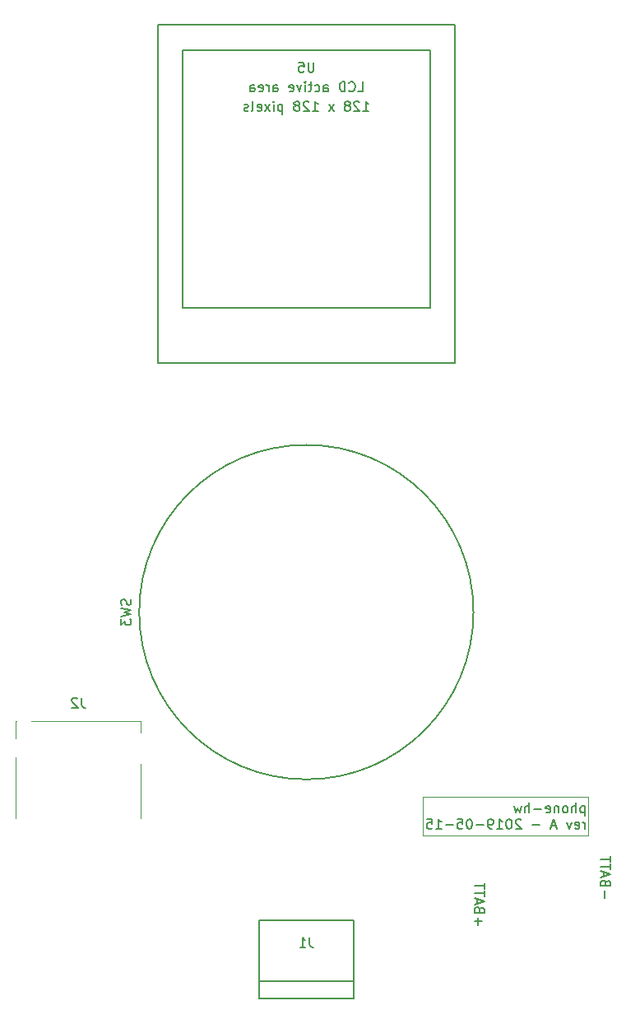
<source format=gbr>
G04 #@! TF.GenerationSoftware,KiCad,Pcbnew,(5.1.0-0)*
G04 #@! TF.CreationDate,2019-05-15T23:46:39-04:00*
G04 #@! TF.ProjectId,phone-hw,70686f6e-652d-4687-972e-6b696361645f,rev?*
G04 #@! TF.SameCoordinates,Original*
G04 #@! TF.FileFunction,Legend,Bot*
G04 #@! TF.FilePolarity,Positive*
%FSLAX46Y46*%
G04 Gerber Fmt 4.6, Leading zero omitted, Abs format (unit mm)*
G04 Created by KiCad (PCBNEW (5.1.0-0)) date 2019-05-15 23:46:39*
%MOMM*%
%LPD*%
G04 APERTURE LIST*
%ADD10C,0.150000*%
%ADD11C,0.120000*%
G04 APERTURE END LIST*
D10*
X70678571Y-114164404D02*
X70678571Y-113402500D01*
X70297619Y-113783452D02*
X71059523Y-113783452D01*
X70821428Y-112592976D02*
X70773809Y-112450119D01*
X70726190Y-112402500D01*
X70630952Y-112354880D01*
X70488095Y-112354880D01*
X70392857Y-112402500D01*
X70345238Y-112450119D01*
X70297619Y-112545357D01*
X70297619Y-112926309D01*
X71297619Y-112926309D01*
X71297619Y-112592976D01*
X71250000Y-112497738D01*
X71202380Y-112450119D01*
X71107142Y-112402500D01*
X71011904Y-112402500D01*
X70916666Y-112450119D01*
X70869047Y-112497738D01*
X70821428Y-112592976D01*
X70821428Y-112926309D01*
X70583333Y-111973928D02*
X70583333Y-111497738D01*
X70297619Y-112069166D02*
X71297619Y-111735833D01*
X70297619Y-111402500D01*
X71297619Y-111212023D02*
X71297619Y-110640595D01*
X70297619Y-110926309D02*
X71297619Y-110926309D01*
X71297619Y-110450119D02*
X71297619Y-109878690D01*
X70297619Y-110164404D02*
X71297619Y-110164404D01*
X83678571Y-111414404D02*
X83678571Y-110652500D01*
X83821428Y-109842976D02*
X83773809Y-109700119D01*
X83726190Y-109652500D01*
X83630952Y-109604880D01*
X83488095Y-109604880D01*
X83392857Y-109652500D01*
X83345238Y-109700119D01*
X83297619Y-109795357D01*
X83297619Y-110176309D01*
X84297619Y-110176309D01*
X84297619Y-109842976D01*
X84250000Y-109747738D01*
X84202380Y-109700119D01*
X84107142Y-109652500D01*
X84011904Y-109652500D01*
X83916666Y-109700119D01*
X83869047Y-109747738D01*
X83821428Y-109842976D01*
X83821428Y-110176309D01*
X83583333Y-109223928D02*
X83583333Y-108747738D01*
X83297619Y-109319166D02*
X84297619Y-108985833D01*
X83297619Y-108652500D01*
X84297619Y-108462023D02*
X84297619Y-107890595D01*
X83297619Y-108176309D02*
X84297619Y-108176309D01*
X84297619Y-107700119D02*
X84297619Y-107128690D01*
X83297619Y-107414404D02*
X84297619Y-107414404D01*
D11*
X65000000Y-101000000D02*
X82000000Y-101000000D01*
X65000000Y-105000000D02*
X65000000Y-101000000D01*
X82000000Y-105000000D02*
X65000000Y-105000000D01*
X82000000Y-101000000D02*
X82000000Y-105000000D01*
D10*
X81664404Y-101960714D02*
X81664404Y-102960714D01*
X81664404Y-102008333D02*
X81569166Y-101960714D01*
X81378690Y-101960714D01*
X81283452Y-102008333D01*
X81235833Y-102055952D01*
X81188214Y-102151190D01*
X81188214Y-102436904D01*
X81235833Y-102532142D01*
X81283452Y-102579761D01*
X81378690Y-102627380D01*
X81569166Y-102627380D01*
X81664404Y-102579761D01*
X80759642Y-102627380D02*
X80759642Y-101627380D01*
X80331071Y-102627380D02*
X80331071Y-102103571D01*
X80378690Y-102008333D01*
X80473928Y-101960714D01*
X80616785Y-101960714D01*
X80712023Y-102008333D01*
X80759642Y-102055952D01*
X79712023Y-102627380D02*
X79807261Y-102579761D01*
X79854880Y-102532142D01*
X79902500Y-102436904D01*
X79902500Y-102151190D01*
X79854880Y-102055952D01*
X79807261Y-102008333D01*
X79712023Y-101960714D01*
X79569166Y-101960714D01*
X79473928Y-102008333D01*
X79426309Y-102055952D01*
X79378690Y-102151190D01*
X79378690Y-102436904D01*
X79426309Y-102532142D01*
X79473928Y-102579761D01*
X79569166Y-102627380D01*
X79712023Y-102627380D01*
X78950119Y-101960714D02*
X78950119Y-102627380D01*
X78950119Y-102055952D02*
X78902500Y-102008333D01*
X78807261Y-101960714D01*
X78664404Y-101960714D01*
X78569166Y-102008333D01*
X78521547Y-102103571D01*
X78521547Y-102627380D01*
X77664404Y-102579761D02*
X77759642Y-102627380D01*
X77950119Y-102627380D01*
X78045357Y-102579761D01*
X78092976Y-102484523D01*
X78092976Y-102103571D01*
X78045357Y-102008333D01*
X77950119Y-101960714D01*
X77759642Y-101960714D01*
X77664404Y-102008333D01*
X77616785Y-102103571D01*
X77616785Y-102198809D01*
X78092976Y-102294047D01*
X77188214Y-102246428D02*
X76426309Y-102246428D01*
X75950119Y-102627380D02*
X75950119Y-101627380D01*
X75521547Y-102627380D02*
X75521547Y-102103571D01*
X75569166Y-102008333D01*
X75664404Y-101960714D01*
X75807261Y-101960714D01*
X75902500Y-102008333D01*
X75950119Y-102055952D01*
X75140595Y-101960714D02*
X74950119Y-102627380D01*
X74759642Y-102151190D01*
X74569166Y-102627380D01*
X74378690Y-101960714D01*
X81664404Y-104277380D02*
X81664404Y-103610714D01*
X81664404Y-103801190D02*
X81616785Y-103705952D01*
X81569166Y-103658333D01*
X81473928Y-103610714D01*
X81378690Y-103610714D01*
X80664404Y-104229761D02*
X80759642Y-104277380D01*
X80950119Y-104277380D01*
X81045357Y-104229761D01*
X81092976Y-104134523D01*
X81092976Y-103753571D01*
X81045357Y-103658333D01*
X80950119Y-103610714D01*
X80759642Y-103610714D01*
X80664404Y-103658333D01*
X80616785Y-103753571D01*
X80616785Y-103848809D01*
X81092976Y-103944047D01*
X80283452Y-103610714D02*
X80045357Y-104277380D01*
X79807261Y-103610714D01*
X78712023Y-103991666D02*
X78235833Y-103991666D01*
X78807261Y-104277380D02*
X78473928Y-103277380D01*
X78140595Y-104277380D01*
X77045357Y-103896428D02*
X76283452Y-103896428D01*
X75092976Y-103372619D02*
X75045357Y-103325000D01*
X74950119Y-103277380D01*
X74712023Y-103277380D01*
X74616785Y-103325000D01*
X74569166Y-103372619D01*
X74521547Y-103467857D01*
X74521547Y-103563095D01*
X74569166Y-103705952D01*
X75140595Y-104277380D01*
X74521547Y-104277380D01*
X73902500Y-103277380D02*
X73807261Y-103277380D01*
X73712023Y-103325000D01*
X73664404Y-103372619D01*
X73616785Y-103467857D01*
X73569166Y-103658333D01*
X73569166Y-103896428D01*
X73616785Y-104086904D01*
X73664404Y-104182142D01*
X73712023Y-104229761D01*
X73807261Y-104277380D01*
X73902500Y-104277380D01*
X73997738Y-104229761D01*
X74045357Y-104182142D01*
X74092976Y-104086904D01*
X74140595Y-103896428D01*
X74140595Y-103658333D01*
X74092976Y-103467857D01*
X74045357Y-103372619D01*
X73997738Y-103325000D01*
X73902500Y-103277380D01*
X72616785Y-104277380D02*
X73188214Y-104277380D01*
X72902500Y-104277380D02*
X72902500Y-103277380D01*
X72997738Y-103420238D01*
X73092976Y-103515476D01*
X73188214Y-103563095D01*
X72140595Y-104277380D02*
X71950119Y-104277380D01*
X71854880Y-104229761D01*
X71807261Y-104182142D01*
X71712023Y-104039285D01*
X71664404Y-103848809D01*
X71664404Y-103467857D01*
X71712023Y-103372619D01*
X71759642Y-103325000D01*
X71854880Y-103277380D01*
X72045357Y-103277380D01*
X72140595Y-103325000D01*
X72188214Y-103372619D01*
X72235833Y-103467857D01*
X72235833Y-103705952D01*
X72188214Y-103801190D01*
X72140595Y-103848809D01*
X72045357Y-103896428D01*
X71854880Y-103896428D01*
X71759642Y-103848809D01*
X71712023Y-103801190D01*
X71664404Y-103705952D01*
X71235833Y-103896428D02*
X70473928Y-103896428D01*
X69807261Y-103277380D02*
X69712023Y-103277380D01*
X69616785Y-103325000D01*
X69569166Y-103372619D01*
X69521547Y-103467857D01*
X69473928Y-103658333D01*
X69473928Y-103896428D01*
X69521547Y-104086904D01*
X69569166Y-104182142D01*
X69616785Y-104229761D01*
X69712023Y-104277380D01*
X69807261Y-104277380D01*
X69902500Y-104229761D01*
X69950119Y-104182142D01*
X69997738Y-104086904D01*
X70045357Y-103896428D01*
X70045357Y-103658333D01*
X69997738Y-103467857D01*
X69950119Y-103372619D01*
X69902500Y-103325000D01*
X69807261Y-103277380D01*
X68569166Y-103277380D02*
X69045357Y-103277380D01*
X69092976Y-103753571D01*
X69045357Y-103705952D01*
X68950119Y-103658333D01*
X68712023Y-103658333D01*
X68616785Y-103705952D01*
X68569166Y-103753571D01*
X68521547Y-103848809D01*
X68521547Y-104086904D01*
X68569166Y-104182142D01*
X68616785Y-104229761D01*
X68712023Y-104277380D01*
X68950119Y-104277380D01*
X69045357Y-104229761D01*
X69092976Y-104182142D01*
X68092976Y-103896428D02*
X67331071Y-103896428D01*
X66331071Y-104277380D02*
X66902500Y-104277380D01*
X66616785Y-104277380D02*
X66616785Y-103277380D01*
X66712023Y-103420238D01*
X66807261Y-103515476D01*
X66902500Y-103563095D01*
X65426309Y-103277380D02*
X65902500Y-103277380D01*
X65950119Y-103753571D01*
X65902500Y-103705952D01*
X65807261Y-103658333D01*
X65569166Y-103658333D01*
X65473928Y-103705952D01*
X65426309Y-103753571D01*
X65378690Y-103848809D01*
X65378690Y-104086904D01*
X65426309Y-104182142D01*
X65473928Y-104229761D01*
X65569166Y-104277380D01*
X65807261Y-104277380D01*
X65902500Y-104229761D01*
X65950119Y-104182142D01*
X57870000Y-119980000D02*
X48130000Y-119980000D01*
X48130000Y-113700000D02*
X48130000Y-121780000D01*
X57870000Y-113700000D02*
X48130000Y-113700000D01*
X57870000Y-113700000D02*
X57870000Y-121780000D01*
X57870000Y-121780000D02*
X48130000Y-121780000D01*
X70200000Y-82000000D02*
G75*
G03X70200000Y-82000000I-17200000J0D01*
G01*
X68300000Y-56400000D02*
X37700000Y-56400000D01*
X68300000Y-21600000D02*
X37700000Y-21600000D01*
X68300000Y-21600000D02*
X68300000Y-56400000D01*
X37700000Y-21600000D02*
X37700000Y-56400000D01*
X65750000Y-50685000D02*
X40250000Y-50685000D01*
X65750000Y-24185000D02*
X40250000Y-24185000D01*
X40250000Y-24185000D02*
X40250000Y-50685000D01*
X65750000Y-24185000D02*
X65750000Y-50685000D01*
D11*
X23065000Y-96925000D02*
X23065000Y-103225000D01*
X35935000Y-97625000D02*
X35935000Y-103225000D01*
X23065000Y-93215000D02*
X23065000Y-95025000D01*
X35935000Y-93215000D02*
X24675000Y-93215000D01*
X35935000Y-94375000D02*
X35935000Y-93215000D01*
X23175000Y-93215000D02*
X23065000Y-93215000D01*
D10*
X53333333Y-115452380D02*
X53333333Y-116166666D01*
X53380952Y-116309523D01*
X53476190Y-116404761D01*
X53619047Y-116452380D01*
X53714285Y-116452380D01*
X52333333Y-116452380D02*
X52904761Y-116452380D01*
X52619047Y-116452380D02*
X52619047Y-115452380D01*
X52714285Y-115595238D01*
X52809523Y-115690476D01*
X52904761Y-115738095D01*
X34904761Y-80666666D02*
X34952380Y-80809523D01*
X34952380Y-81047619D01*
X34904761Y-81142857D01*
X34857142Y-81190476D01*
X34761904Y-81238095D01*
X34666666Y-81238095D01*
X34571428Y-81190476D01*
X34523809Y-81142857D01*
X34476190Y-81047619D01*
X34428571Y-80857142D01*
X34380952Y-80761904D01*
X34333333Y-80714285D01*
X34238095Y-80666666D01*
X34142857Y-80666666D01*
X34047619Y-80714285D01*
X34000000Y-80761904D01*
X33952380Y-80857142D01*
X33952380Y-81095238D01*
X34000000Y-81238095D01*
X33952380Y-81571428D02*
X34952380Y-81809523D01*
X34238095Y-82000000D01*
X34952380Y-82190476D01*
X33952380Y-82428571D01*
X33952380Y-82714285D02*
X33952380Y-83333333D01*
X34333333Y-83000000D01*
X34333333Y-83142857D01*
X34380952Y-83238095D01*
X34428571Y-83285714D01*
X34523809Y-83333333D01*
X34761904Y-83333333D01*
X34857142Y-83285714D01*
X34904761Y-83238095D01*
X34952380Y-83142857D01*
X34952380Y-82857142D01*
X34904761Y-82761904D01*
X34857142Y-82714285D01*
X53761904Y-25452380D02*
X53761904Y-26261904D01*
X53714285Y-26357142D01*
X53666666Y-26404761D01*
X53571428Y-26452380D01*
X53380952Y-26452380D01*
X53285714Y-26404761D01*
X53238095Y-26357142D01*
X53190476Y-26261904D01*
X53190476Y-25452380D01*
X52238095Y-25452380D02*
X52714285Y-25452380D01*
X52761904Y-25928571D01*
X52714285Y-25880952D01*
X52619047Y-25833333D01*
X52380952Y-25833333D01*
X52285714Y-25880952D01*
X52238095Y-25928571D01*
X52190476Y-26023809D01*
X52190476Y-26261904D01*
X52238095Y-26357142D01*
X52285714Y-26404761D01*
X52380952Y-26452380D01*
X52619047Y-26452380D01*
X52714285Y-26404761D01*
X52761904Y-26357142D01*
X58309523Y-28452380D02*
X58785714Y-28452380D01*
X58785714Y-27452380D01*
X57404761Y-28357142D02*
X57452380Y-28404761D01*
X57595238Y-28452380D01*
X57690476Y-28452380D01*
X57833333Y-28404761D01*
X57928571Y-28309523D01*
X57976190Y-28214285D01*
X58023809Y-28023809D01*
X58023809Y-27880952D01*
X57976190Y-27690476D01*
X57928571Y-27595238D01*
X57833333Y-27500000D01*
X57690476Y-27452380D01*
X57595238Y-27452380D01*
X57452380Y-27500000D01*
X57404761Y-27547619D01*
X56976190Y-28452380D02*
X56976190Y-27452380D01*
X56738095Y-27452380D01*
X56595238Y-27500000D01*
X56500000Y-27595238D01*
X56452380Y-27690476D01*
X56404761Y-27880952D01*
X56404761Y-28023809D01*
X56452380Y-28214285D01*
X56500000Y-28309523D01*
X56595238Y-28404761D01*
X56738095Y-28452380D01*
X56976190Y-28452380D01*
X54785714Y-28452380D02*
X54785714Y-27928571D01*
X54833333Y-27833333D01*
X54928571Y-27785714D01*
X55119047Y-27785714D01*
X55214285Y-27833333D01*
X54785714Y-28404761D02*
X54880952Y-28452380D01*
X55119047Y-28452380D01*
X55214285Y-28404761D01*
X55261904Y-28309523D01*
X55261904Y-28214285D01*
X55214285Y-28119047D01*
X55119047Y-28071428D01*
X54880952Y-28071428D01*
X54785714Y-28023809D01*
X53880952Y-28404761D02*
X53976190Y-28452380D01*
X54166666Y-28452380D01*
X54261904Y-28404761D01*
X54309523Y-28357142D01*
X54357142Y-28261904D01*
X54357142Y-27976190D01*
X54309523Y-27880952D01*
X54261904Y-27833333D01*
X54166666Y-27785714D01*
X53976190Y-27785714D01*
X53880952Y-27833333D01*
X53595238Y-27785714D02*
X53214285Y-27785714D01*
X53452380Y-27452380D02*
X53452380Y-28309523D01*
X53404761Y-28404761D01*
X53309523Y-28452380D01*
X53214285Y-28452380D01*
X52880952Y-28452380D02*
X52880952Y-27785714D01*
X52880952Y-27452380D02*
X52928571Y-27500000D01*
X52880952Y-27547619D01*
X52833333Y-27500000D01*
X52880952Y-27452380D01*
X52880952Y-27547619D01*
X52500000Y-27785714D02*
X52261904Y-28452380D01*
X52023809Y-27785714D01*
X51261904Y-28404761D02*
X51357142Y-28452380D01*
X51547619Y-28452380D01*
X51642857Y-28404761D01*
X51690476Y-28309523D01*
X51690476Y-27928571D01*
X51642857Y-27833333D01*
X51547619Y-27785714D01*
X51357142Y-27785714D01*
X51261904Y-27833333D01*
X51214285Y-27928571D01*
X51214285Y-28023809D01*
X51690476Y-28119047D01*
X49595238Y-28452380D02*
X49595238Y-27928571D01*
X49642857Y-27833333D01*
X49738095Y-27785714D01*
X49928571Y-27785714D01*
X50023809Y-27833333D01*
X49595238Y-28404761D02*
X49690476Y-28452380D01*
X49928571Y-28452380D01*
X50023809Y-28404761D01*
X50071428Y-28309523D01*
X50071428Y-28214285D01*
X50023809Y-28119047D01*
X49928571Y-28071428D01*
X49690476Y-28071428D01*
X49595238Y-28023809D01*
X49119047Y-28452380D02*
X49119047Y-27785714D01*
X49119047Y-27976190D02*
X49071428Y-27880952D01*
X49023809Y-27833333D01*
X48928571Y-27785714D01*
X48833333Y-27785714D01*
X48119047Y-28404761D02*
X48214285Y-28452380D01*
X48404761Y-28452380D01*
X48500000Y-28404761D01*
X48547619Y-28309523D01*
X48547619Y-27928571D01*
X48500000Y-27833333D01*
X48404761Y-27785714D01*
X48214285Y-27785714D01*
X48119047Y-27833333D01*
X48071428Y-27928571D01*
X48071428Y-28023809D01*
X48547619Y-28119047D01*
X47214285Y-28452380D02*
X47214285Y-27928571D01*
X47261904Y-27833333D01*
X47357142Y-27785714D01*
X47547619Y-27785714D01*
X47642857Y-27833333D01*
X47214285Y-28404761D02*
X47309523Y-28452380D01*
X47547619Y-28452380D01*
X47642857Y-28404761D01*
X47690476Y-28309523D01*
X47690476Y-28214285D01*
X47642857Y-28119047D01*
X47547619Y-28071428D01*
X47309523Y-28071428D01*
X47214285Y-28023809D01*
X58833333Y-30452380D02*
X59404761Y-30452380D01*
X59119047Y-30452380D02*
X59119047Y-29452380D01*
X59214285Y-29595238D01*
X59309523Y-29690476D01*
X59404761Y-29738095D01*
X58452380Y-29547619D02*
X58404761Y-29500000D01*
X58309523Y-29452380D01*
X58071428Y-29452380D01*
X57976190Y-29500000D01*
X57928571Y-29547619D01*
X57880952Y-29642857D01*
X57880952Y-29738095D01*
X57928571Y-29880952D01*
X58500000Y-30452380D01*
X57880952Y-30452380D01*
X57309523Y-29880952D02*
X57404761Y-29833333D01*
X57452380Y-29785714D01*
X57500000Y-29690476D01*
X57500000Y-29642857D01*
X57452380Y-29547619D01*
X57404761Y-29500000D01*
X57309523Y-29452380D01*
X57119047Y-29452380D01*
X57023809Y-29500000D01*
X56976190Y-29547619D01*
X56928571Y-29642857D01*
X56928571Y-29690476D01*
X56976190Y-29785714D01*
X57023809Y-29833333D01*
X57119047Y-29880952D01*
X57309523Y-29880952D01*
X57404761Y-29928571D01*
X57452380Y-29976190D01*
X57500000Y-30071428D01*
X57500000Y-30261904D01*
X57452380Y-30357142D01*
X57404761Y-30404761D01*
X57309523Y-30452380D01*
X57119047Y-30452380D01*
X57023809Y-30404761D01*
X56976190Y-30357142D01*
X56928571Y-30261904D01*
X56928571Y-30071428D01*
X56976190Y-29976190D01*
X57023809Y-29928571D01*
X57119047Y-29880952D01*
X55833333Y-30452380D02*
X55309523Y-29785714D01*
X55833333Y-29785714D02*
X55309523Y-30452380D01*
X53642857Y-30452380D02*
X54214285Y-30452380D01*
X53928571Y-30452380D02*
X53928571Y-29452380D01*
X54023809Y-29595238D01*
X54119047Y-29690476D01*
X54214285Y-29738095D01*
X53261904Y-29547619D02*
X53214285Y-29500000D01*
X53119047Y-29452380D01*
X52880952Y-29452380D01*
X52785714Y-29500000D01*
X52738095Y-29547619D01*
X52690476Y-29642857D01*
X52690476Y-29738095D01*
X52738095Y-29880952D01*
X53309523Y-30452380D01*
X52690476Y-30452380D01*
X52119047Y-29880952D02*
X52214285Y-29833333D01*
X52261904Y-29785714D01*
X52309523Y-29690476D01*
X52309523Y-29642857D01*
X52261904Y-29547619D01*
X52214285Y-29500000D01*
X52119047Y-29452380D01*
X51928571Y-29452380D01*
X51833333Y-29500000D01*
X51785714Y-29547619D01*
X51738095Y-29642857D01*
X51738095Y-29690476D01*
X51785714Y-29785714D01*
X51833333Y-29833333D01*
X51928571Y-29880952D01*
X52119047Y-29880952D01*
X52214285Y-29928571D01*
X52261904Y-29976190D01*
X52309523Y-30071428D01*
X52309523Y-30261904D01*
X52261904Y-30357142D01*
X52214285Y-30404761D01*
X52119047Y-30452380D01*
X51928571Y-30452380D01*
X51833333Y-30404761D01*
X51785714Y-30357142D01*
X51738095Y-30261904D01*
X51738095Y-30071428D01*
X51785714Y-29976190D01*
X51833333Y-29928571D01*
X51928571Y-29880952D01*
X50547619Y-29785714D02*
X50547619Y-30785714D01*
X50547619Y-29833333D02*
X50452380Y-29785714D01*
X50261904Y-29785714D01*
X50166666Y-29833333D01*
X50119047Y-29880952D01*
X50071428Y-29976190D01*
X50071428Y-30261904D01*
X50119047Y-30357142D01*
X50166666Y-30404761D01*
X50261904Y-30452380D01*
X50452380Y-30452380D01*
X50547619Y-30404761D01*
X49642857Y-30452380D02*
X49642857Y-29785714D01*
X49642857Y-29452380D02*
X49690476Y-29500000D01*
X49642857Y-29547619D01*
X49595238Y-29500000D01*
X49642857Y-29452380D01*
X49642857Y-29547619D01*
X49261904Y-30452380D02*
X48738095Y-29785714D01*
X49261904Y-29785714D02*
X48738095Y-30452380D01*
X47976190Y-30404761D02*
X48071428Y-30452380D01*
X48261904Y-30452380D01*
X48357142Y-30404761D01*
X48404761Y-30309523D01*
X48404761Y-29928571D01*
X48357142Y-29833333D01*
X48261904Y-29785714D01*
X48071428Y-29785714D01*
X47976190Y-29833333D01*
X47928571Y-29928571D01*
X47928571Y-30023809D01*
X48404761Y-30119047D01*
X47357142Y-30452380D02*
X47452380Y-30404761D01*
X47500000Y-30309523D01*
X47500000Y-29452380D01*
X47023809Y-30404761D02*
X46928571Y-30452380D01*
X46738095Y-30452380D01*
X46642857Y-30404761D01*
X46595238Y-30309523D01*
X46595238Y-30261904D01*
X46642857Y-30166666D01*
X46738095Y-30119047D01*
X46880952Y-30119047D01*
X46976190Y-30071428D01*
X47023809Y-29976190D01*
X47023809Y-29928571D01*
X46976190Y-29833333D01*
X46880952Y-29785714D01*
X46738095Y-29785714D01*
X46642857Y-29833333D01*
X29858333Y-90827380D02*
X29858333Y-91541666D01*
X29905952Y-91684523D01*
X30001190Y-91779761D01*
X30144047Y-91827380D01*
X30239285Y-91827380D01*
X29429761Y-90922619D02*
X29382142Y-90875000D01*
X29286904Y-90827380D01*
X29048809Y-90827380D01*
X28953571Y-90875000D01*
X28905952Y-90922619D01*
X28858333Y-91017857D01*
X28858333Y-91113095D01*
X28905952Y-91255952D01*
X29477380Y-91827380D01*
X28858333Y-91827380D01*
M02*

</source>
